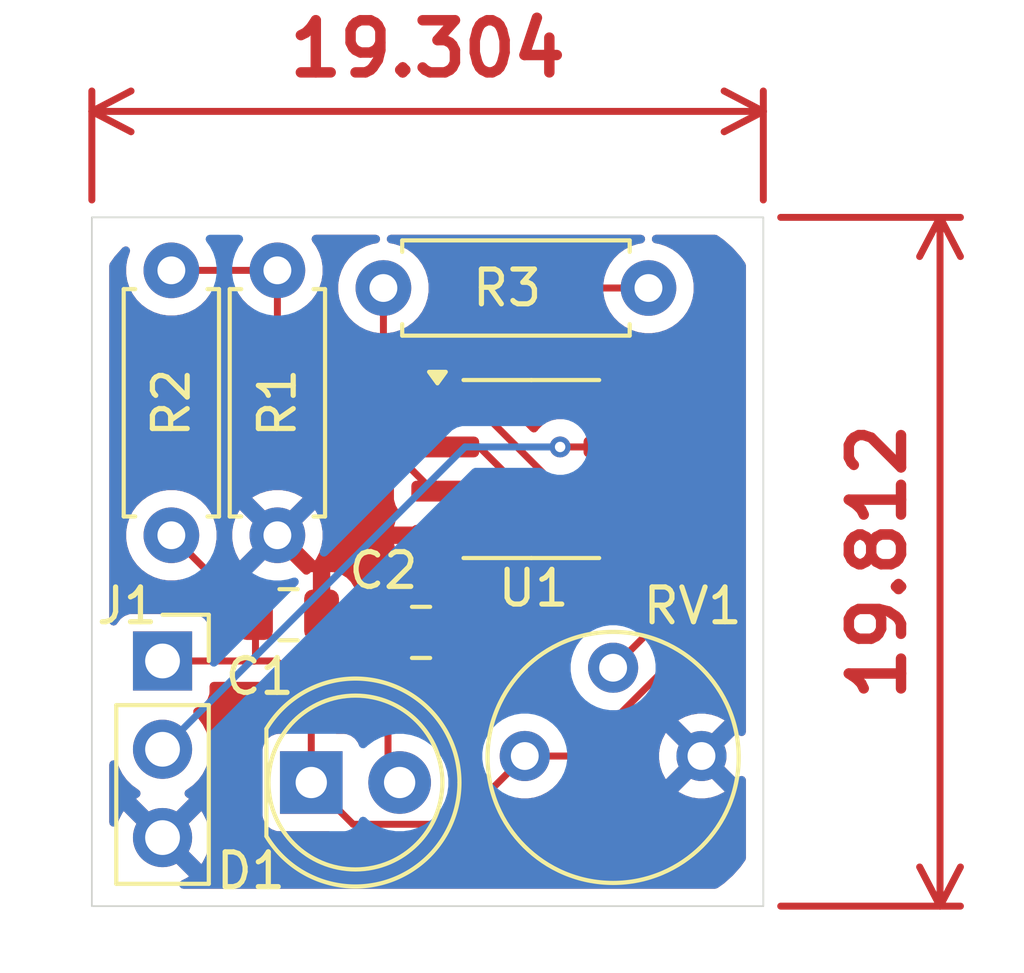
<source format=kicad_pcb>
(kicad_pcb (version 20241229) (generator "pcbnew") (generator_version "9.0")
  (layers (0 "F.Cu" signal) (2 "B.Cu" signal) (13 "F.Paste" user) (15 "B.Paste" user) (5 "F.SilkS" user "F.Silkscreen") (7 "B.SilkS" user "B.Silkscreen") (1 "F.Mask" user) (3 "B.Mask" user) (25 "Edge.Cuts" user))
  (net 0 "")
  (net 1 "GND")
  (net 2 "+3.3V")
  (net 3 "Net-(D1-A)")
  (net 4 "Net-(U1B-+)")
  (net 5 "/Vout")
  (net 6 "Net-(U1A-+)")
  (net 7 "Net-(U1B--)")
  (footprint "Package_SO:SOIC-8_3.9x4.9mm_P1.27mm" (layer "F.Cu") (at 151.827 85.979)
    (property "Reference" "U1" (at 0.065 3.429 0) (layer "F.SilkS"))
    (property "Value" "LMC6482")
    (fp_line (start 0 -2.56) (end -1.95 -2.56) (stroke (width 0.12)) (layer "F.SilkS"))
    (fp_line (start 0 -2.56) (end 1.95 -2.56) (stroke (width 0.12)) (layer "F.SilkS"))
    (fp_line (start 0 2.56) (end -1.95 2.56) (stroke (width 0.12)) (layer "F.SilkS"))
    (fp_line (start 0 2.56) (end 1.95 2.56) (stroke (width 0.12)) (layer "F.SilkS"))
    (fp_poly (pts (xy -2.7 -2.465) (xy -2.94 -2.795) (xy -2.46 -2.795)) (stroke (width 0.12)) (fill yes) (layer "F.SilkS"))
    (pad "1" smd roundrect (at -2.475 -1.905) (size 1.95 0.6) (layers "F.Cu" "F.Mask" "F.Paste") (net 4 "Net-(U1B-+)"))
    (pad "2" smd roundrect (at -2.475 -0.635) (size 1.95 0.6) (layers "F.Cu" "F.Mask" "F.Paste") (net 3 "Net-(D1-A)"))
    (pad "3" smd roundrect (at -2.475 0.635) (size 1.95 0.6) (layers "F.Cu" "F.Mask" "F.Paste") (net 6 "Net-(U1A-+)"))
    (pad "4" smd roundrect (at -2.475 1.905) (size 1.95 0.6) (layers "F.Cu" "F.Mask" "F.Paste") (net 1 "GND"))
    (pad "5" smd roundrect (at 2.475 1.905) (size 1.95 0.6) (layers "F.Cu" "F.Mask" "F.Paste") (net 4 "Net-(U1B-+)"))
    (pad "6" smd roundrect (at 2.475 0.635) (size 1.95 0.6) (layers "F.Cu" "F.Mask" "F.Paste") (net 7 "Net-(U1B--)"))
    (pad "7" smd roundrect (at 2.475 -0.635) (size 1.95 0.6) (layers "F.Cu" "F.Mask" "F.Paste") (net 5 "/Vout"))
    (pad "8" smd roundrect (at 2.475 -1.905) (size 1.95 0.6) (layers "F.Cu" "F.Mask" "F.Paste") (net 2 "+3.3V"))
  )
  (footprint "Capacitor_SMD:C_0805_2012Metric" (layer "F.Cu") (at 148.656 90.678)
    (property "Reference" "C2" (at -1.082 -1.778 0) (layer "F.SilkS"))
    (property "Value" "100nF")
    (fp_line (start -0.261252 -0.735) (end 0.261252 -0.735) (stroke (width 0.12)) (layer "F.SilkS"))
    (fp_line (start -0.261252 0.735) (end 0.261252 0.735) (stroke (width 0.12)) (layer "F.SilkS"))
    (pad "1" smd roundrect (at -0.95 0) (size 1 1.45) (layers "F.Cu" "F.Mask" "F.Paste") (net 3 "Net-(D1-A)"))
    (pad "2" smd roundrect (at 0.95 0) (size 1 1.45) (layers "F.Cu" "F.Mask" "F.Paste") (net 4 "Net-(U1B-+)"))
  )
  (footprint "LED_THT:LED_D5.0mm" (layer "F.Cu") (at 145.5 94.996)
    (property "Reference" "D1" (at -1.736 2.54 0) (layer "F.SilkS"))
    (property "Value" "LED")
    (fp_line (start -1.29 -1.545) (end -1.29 1.545) (stroke (width 0.12)) (layer "F.SilkS"))
    (fp_arc (start -1.29 -1.54483) (mid 2.071779 -2.880495) (end 4.26 0) (stroke (width 0.12)) (layer "F.SilkS"))
    (fp_arc (start 4.26 0) (mid 2.071779 2.880495) (end -1.29 1.54483) (stroke (width 0.12)) (layer "F.SilkS"))
    (fp_circle (center 1.27 0) (end 3.77 0) (stroke (width 0.12)) (fill no) (layer "F.SilkS"))
    (pad "1" thru_hole rect (at 0 0) (size 1.8 1.8) (drill 0.9) (layers "*.Cu" "*.Mask") (net 2 "+3.3V"))
    (pad "2" thru_hole circle (at 2.54 0) (size 1.8 1.8) (drill 0.9) (layers "*.Cu" "*.Mask") (net 3 "Net-(D1-A)"))
  )
  (footprint "Resistor_THT:R_Axial_DIN0207_L6.3mm_D2.5mm_P7.62mm_Horizontal" (layer "F.Cu") (at 147.574 80.772)
    (property "Reference" "R3" (at 3.556 0 0) (layer "F.SilkS"))
    (property "Value" "5.1M")
    (fp_line (start 0.54 -1.37) (end 7.08 -1.37) (stroke (width 0.12)) (layer "F.SilkS"))
    (fp_line (start 0.54 -1.04) (end 0.54 -1.37) (stroke (width 0.12)) (layer "F.SilkS"))
    (fp_line (start 0.54 1.04) (end 0.54 1.37) (stroke (width 0.12)) (layer "F.SilkS"))
    (fp_line (start 0.54 1.37) (end 7.08 1.37) (stroke (width 0.12)) (layer "F.SilkS"))
    (fp_line (start 7.08 -1.37) (end 7.08 -1.04) (stroke (width 0.12)) (layer "F.SilkS"))
    (fp_line (start 7.08 1.37) (end 7.08 1.04) (stroke (width 0.12)) (layer "F.SilkS"))
    (pad "1" thru_hole circle (at 0 0) (size 1.6 1.6) (drill 0.8) (layers "*.Cu" "*.Mask") (net 3 "Net-(D1-A)"))
    (pad "2" thru_hole circle (at 7.62 0) (size 1.6 1.6) (drill 0.8) (layers "*.Cu" "*.Mask") (net 4 "Net-(U1B-+)"))
  )
  (footprint "Resistor_THT:R_Axial_DIN0207_L6.3mm_D2.5mm_P7.62mm_Horizontal" (layer "F.Cu") (at 141.478 87.884 90)
    (property "Reference" "R2" (at 3.81 0 90) (layer "F.SilkS"))
    (property "Value" "10k")
    (fp_line (start 7.08 -1.37) (end 7.08 -1.04) (stroke (width 0.12)) (layer "F.SilkS"))
    (fp_line (start 0.54 -1.37) (end 7.08 -1.37) (stroke (width 0.12)) (layer "F.SilkS"))
    (fp_line (start 0.54 -1.04) (end 0.54 -1.37) (stroke (width 0.12)) (layer "F.SilkS"))
    (fp_line (start 0.54 1.04) (end 0.54 1.37) (stroke (width 0.12)) (layer "F.SilkS"))
    (fp_line (start 7.08 1.37) (end 7.08 1.04) (stroke (width 0.12)) (layer "F.SilkS"))
    (fp_line (start 0.54 1.37) (end 7.08 1.37) (stroke (width 0.12)) (layer "F.SilkS"))
    (pad "1" thru_hole circle (at 0 0 90) (size 1.6 1.6) (drill 0.8) (layers "*.Cu" "*.Mask") (net 2 "+3.3V"))
    (pad "2" thru_hole circle (at 7.62 0 90) (size 1.6 1.6) (drill 0.8) (layers "*.Cu" "*.Mask") (net 6 "Net-(U1A-+)"))
  )
  (footprint "Connector_PinSocket_2.54mm:PinSocket_1x03_P2.54mm_Vertical" (layer "F.Cu") (at 141.224 91.5)
    (property "Reference" "J1" (at -1.016 -1.584 180) (layer "F.SilkS"))
    (property "Value" "Conn_01x03")
    (fp_line (start -1.33 1.27) (end -1.33 6.41) (stroke (width 0.12)) (layer "F.SilkS"))
    (fp_line (start -1.33 1.27) (end 1.33 1.27) (stroke (width 0.12)) (layer "F.SilkS"))
    (fp_line (start -1.33 6.41) (end 1.33 6.41) (stroke (width 0.12)) (layer "F.SilkS"))
    (fp_line (start 0 -1.33) (end 1.33 -1.33) (stroke (width 0.12)) (layer "F.SilkS"))
    (fp_line (start 1.33 -1.33) (end 1.33 0) (stroke (width 0.12)) (layer "F.SilkS"))
    (fp_line (start 1.33 1.27) (end 1.33 6.41) (stroke (width 0.12)) (layer "F.SilkS"))
    (pad "1" thru_hole rect (at 0 0) (size 1.7 1.7) (drill 1) (layers "*.Cu" "*.Mask") (net 2 "+3.3V"))
    (pad "2" thru_hole circle (at 0 2.54) (size 1.7 1.7) (drill 1) (layers "*.Cu" "*.Mask") (net 5 "/Vout"))
    (pad "3" thru_hole circle (at 0 5.08) (size 1.7 1.7) (drill 1) (layers "*.Cu" "*.Mask") (net 1 "GND"))
  )
  (footprint "Potentiometer_THT:Potentiometer_Vishay_T7-YA_Single_Vertical" (layer "F.Cu") (at 156.718 94.234 90)
    (property "Reference" "RV1" (at 4.318 -0.254 180) (layer "F.SilkS"))
    (property "Value" "R_Potentiometer")
    (fp_circle (center -0.04 -2.54) (end 3.57 -2.54) (stroke (width 0.12)) (fill no) (layer "F.SilkS"))
    (pad "1" thru_hole circle (at 0 0 90) (size 1.44 1.44) (drill 0.8) (layers "*.Cu" "*.Mask") (net 1 "GND"))
    (pad "2" thru_hole circle (at 2.54 -2.54 90) (size 1.44 1.44) (drill 0.8) (layers "*.Cu" "*.Mask") (net 7 "Net-(U1B--)"))
    (pad "3" thru_hole circle (at 0 -5.08 90) (size 1.44 1.44) (drill 0.8) (layers "*.Cu" "*.Mask") (net 2 "+3.3V"))
  )
  (footprint "Resistor_THT:R_Axial_DIN0207_L6.3mm_D2.5mm_P7.62mm_Horizontal" (layer "F.Cu") (at 144.526 80.264 -90)
    (property "Reference" "R1" (at 3.81 0 90) (layer "F.SilkS"))
    (property "Value" "10k")
    (fp_line (start 0.54 1.37) (end 7.08 1.37) (stroke (width 0.12)) (layer "F.SilkS"))
    (fp_line (start 7.08 1.37) (end 7.08 1.04) (stroke (width 0.12)) (layer "F.SilkS"))
    (fp_line (start 0.54 1.04) (end 0.54 1.37) (stroke (width 0.12)) (layer "F.SilkS"))
    (fp_line (start 0.54 -1.04) (end 0.54 -1.37) (stroke (width 0.12)) (layer "F.SilkS"))
    (fp_line (start 0.54 -1.37) (end 7.08 -1.37) (stroke (width 0.12)) (layer "F.SilkS"))
    (fp_line (start 7.08 -1.37) (end 7.08 -1.04) (stroke (width 0.12)) (layer "F.SilkS"))
    (pad "1" thru_hole circle (at 0 0 270) (size 1.6 1.6) (drill 0.8) (layers "*.Cu" "*.Mask") (net 6 "Net-(U1A-+)"))
    (pad "2" thru_hole circle (at 7.62 0 270) (size 1.6 1.6) (drill 0.8) (layers "*.Cu" "*.Mask") (net 1 "GND"))
  )
  (footprint "Capacitor_SMD:C_0805_2012Metric" (layer "F.Cu") (at 144.846 90.17)
    (property "Reference" "C1" (at -0.828 1.778 0) (layer "F.SilkS"))
    (property "Value" "1uF")
    (fp_line (start -0.261252 -0.735) (end 0.261252 -0.735) (stroke (width 0.12)) (layer "F.SilkS"))
    (fp_line (start -0.261252 0.735) (end 0.261252 0.735) (stroke (width 0.12)) (layer "F.SilkS"))
    (pad "1" smd roundrect (at -0.95 0) (size 1 1.45) (layers "F.Cu" "F.Mask" "F.Paste") (net 2 "+3.3V"))
    (pad "2" smd roundrect (at 0.95 0) (size 1 1.45) (layers "F.Cu" "F.Mask" "F.Paste") (net 1 "GND"))
  )
  (gr_rect (start 139.192 78.74) (end 158.496 98.552) (stroke (width 0.05)) (fill no) (layer "Edge.Cuts"))
  (dimension (type orthogonal) (layer "F.Cu") (pts (xy 158.496 78.74) (xy 139.192 78.74)) (height -3.048) (orientation 0) (format (prefix "") (suffix "") (units 3) (units_format 0) (precision 4) (suppress_zeroes yes)) (style (thickness 0.2) (arrow_length 1.27) (text_position_mode 0) (arrow_direction outward) (extension_height 0.58642) (extension_offset 0.5) (keep_text_aligned yes)) (gr_text "19.304" (at 148.844 73.892 0) (layer "F.Cu") (effects (font (size 1.5 1.5) (thickness 0.3)))))
  (dimension (type orthogonal) (layer "F.Cu") (pts (xy 158.496 98.552) (xy 158.496 78.74)) (height 5.08) (orientation 1) (format (prefix "") (suffix "") (units 3) (units_format 0) (precision 4) (suppress_zeroes yes)) (style (thickness 0.2) (arrow_length 1.27) (text_position_mode 0) (arrow_direction outward) (extension_height 0.58642) (extension_offset 0.5) (keep_text_aligned yes)) (gr_text "19.812" (at 161.776 88.646 90) (layer "F.Cu") (effects (font (size 1.5 1.5) (thickness 0.3)))))
  (segment (start 141.478 87.884) (end 143.764 90.17) (width 0.2) (layer "F.Cu") (net 2))
  (segment (start 151.638 94.234) (end 153.162 94.234) (width 0.2) (layer "F.Cu") (net 2))
  (segment (start 144.502 91.5) (end 145.5 92.498) (width 0.2) (layer "F.Cu") (net 2))
  (segment (start 155.979 84.776001) (end 155.276999 84.074) (width 0.2) (layer "F.Cu") (net 2))
  (segment (start 155.979 91.417) (end 155.979 84.776001) (width 0.2) (layer "F.Cu") (net 2))
  (segment (start 153.162 94.234) (end 155.979 91.417) (width 0.2) (layer "F.Cu") (net 2))
  (segment (start 145.5 92.498) (end 145.5 95.5) (width 0.2) (layer "F.Cu") (net 2))
  (segment (start 143.896 91.463598) (end 143.859598 91.5) (width 0.2) (layer "F.Cu") (net 2))
  (segment (start 145.5 94.996) (end 146.701 96.197) (width 0.2) (layer "F.Cu") (net 2))
  (segment (start 143.859598 91.5) (end 144.502 91.5) (width 0.2) (layer "F.Cu") (net 2))
  (segment (start 146.701 96.197) (end 149.675 96.197) (width 0.2) (layer "F.Cu") (net 2))
  (segment (start 141.5 91.5) (end 143.859598 91.5) (width 0.2) (layer "F.Cu") (net 2))
  (segment (start 143.764 90.17) (end 143.896 90.17) (width 0.2) (layer "F.Cu") (net 2))
  (segment (start 143.896 90.17) (end 143.896 91.463598) (width 0.2) (layer "F.Cu") (net 2))
  (segment (start 155.276999 84.074) (end 154.302 84.074) (width 0.2) (layer "F.Cu") (net 2))
  (segment (start 149.675 96.197) (end 151.638 94.234) (width 0.2) (layer "F.Cu") (net 2))
  (segment (start 148.732 89.652) (end 147.706 90.678) (width 0.2) (layer "F.Cu") (net 3))
  (segment (start 150.326999 85.344) (end 149.352 85.344) (width 0.2) (layer "F.Cu") (net 3))
  (segment (start 147.706 94.662) (end 148.04 94.996) (width 0.2) (layer "F.Cu") (net 3))
  (segment (start 147.574 83.912968) (end 149.005032 85.344) (width 0.2) (layer "F.Cu") (net 3))
  (segment (start 147.706 90.678) (end 147.706 94.662) (width 0.2) (layer "F.Cu") (net 3))
  (segment (start 149.005032 85.344) (end 149.352 85.344) (width 0.2) (layer "F.Cu") (net 3))
  (segment (start 152.7605 87.777501) (end 150.326999 85.344) (width 0.2) (layer "F.Cu") (net 3))
  (segment (start 150.886001 89.652) (end 148.732 89.652) (width 0.2) (layer "F.Cu") (net 3))
  (segment (start 152.7605 87.777501) (end 150.886001 89.652) (width 0.2) (layer "F.Cu") (net 3))
  (segment (start 147.574 80.772) (end 147.574 83.912968) (width 0.2) (layer "F.Cu") (net 3))
  (segment (start 155.194 80.772) (end 152.654 80.772) (width 0.2) (layer "F.Cu") (net 4))
  (segment (start 149.352 84.074) (end 150.145032 84.074) (width 0.2) (layer "F.Cu") (net 4))
  (segment (start 151.508 90.678) (end 154.302 87.884) (width 0.2) (layer "F.Cu") (net 4))
  (segment (start 149.606 90.678) (end 151.508 90.678) (width 0.2) (layer "F.Cu") (net 4))
  (segment (start 152.654 80.772) (end 149.352 84.074) (width 0.2) (layer "F.Cu") (net 4))
  (segment (start 153.955032 87.884) (end 154.302 87.884) (width 0.2) (layer "F.Cu") (net 4))
  (segment (start 150.145032 84.074) (end 153.955032 87.884) (width 0.2) (layer "F.Cu") (net 4))
  (segment (start 154.302 85.344) (end 152.654 85.344) (width 0.2) (layer "F.Cu") (net 5))
  (via (at 152.654 85.344) (size 0.6) (drill 0.3) (layers "F.Cu" "B.Cu") (net 5))
  (segment (start 141.224 94.04) (end 149.92 85.344) (width 0.2) (layer "B.Cu") (net 5))
  (segment (start 149.92 85.344) (end 152.654 85.344) (width 0.2) (layer "B.Cu") (net 5))
  (segment (start 144.526 80.264) (end 144.526 82.134968) (width 0.2) (layer "F.Cu") (net 6))
  (segment (start 149.005032 86.614) (end 149.352 86.614) (width 0.2) (layer "F.Cu") (net 6))
  (segment (start 144.526 82.134968) (end 149.005032 86.614) (width 0.2) (layer "F.Cu") (net 6))
  (segment (start 141.478 80.264) (end 144.526 80.264) (width 0.2) (layer "F.Cu") (net 6))
  (segment (start 155.578 86.915001) (end 155.276999 86.614) (width 0.2) (layer "F.Cu") (net 7))
  (segment (start 155.578 90.294) (end 155.578 86.915001) (width 0.2) (layer "F.Cu") (net 7))
  (segment (start 155.276999 86.614) (end 154.302 86.614) (width 0.2) (layer "F.Cu") (net 7))
  (segment (start 154.178 91.694) (end 155.578 90.294) (width 0.2) (layer "F.Cu") (net 7))
  (zone (net 1) (net_name "GND") (layers "F.Cu" "B.Cu") (connect_pads (clearance 0.5)) (min_thickness 0.25) (fill yes (thermal_gap 0.5) (thermal_bridge_width 0.5) (smoothing fillet) (radius 3))
    (polygon (pts (xy 158.496 78.74) (xy 158.496 98.552) (xy 139.192 98.552) (xy 139.192 78.74)))
  )
)
</source>
